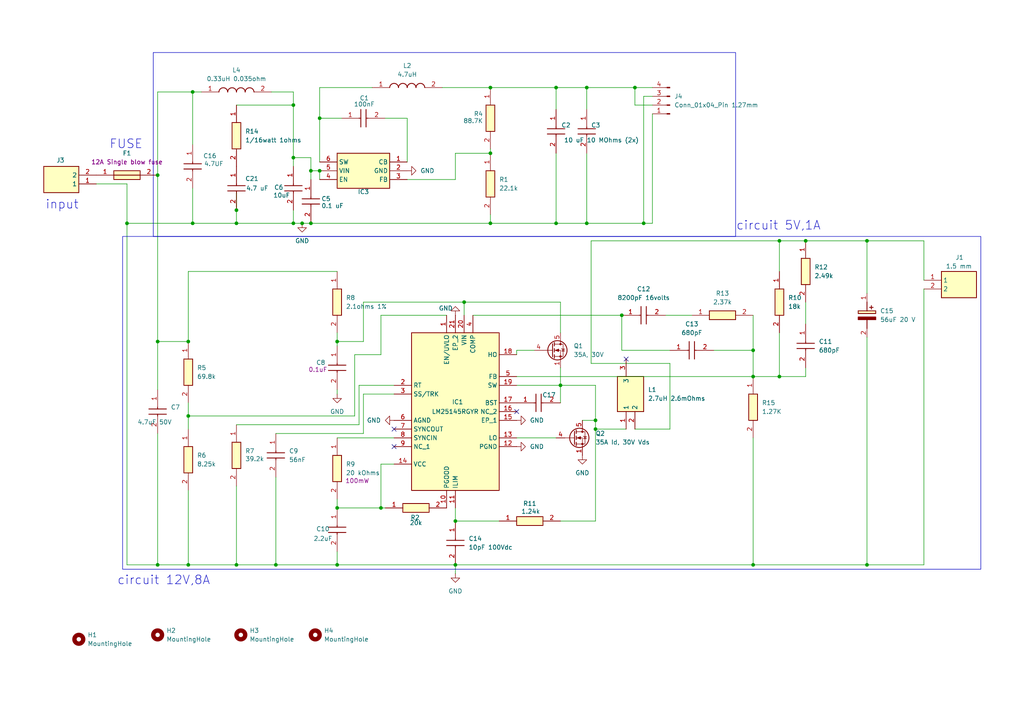
<source format=kicad_sch>
(kicad_sch (version 20250114) (generator "eeschema") (generator_version "9.0")
  (paper "A4")
  (lib_symbols
    (symbol "1933189:1933189"
      (property "Reference" "J" (at 16.51 7.62 0))
      (property "Value" "1933189" (at 16.51 5.08 0))
      (symbol "1933189_1_1"
        (pin passive line (at 0 0 0) (length 5.08) (name "1") (number "1"))
        (pin passive line (at 0 -2.54 0) (length 5.08) (name "2") (number "2"))
      )
    )
    (symbol "20SVPF56MX:20SVPF56MX" (pin_names (hide yes))
      (property "Reference" "C" (at 8.89 6.35 0))
      (property "Value" "20SVPF56MX" (at 8.89 3.81 0))
      (symbol "20SVPF56MX_1_1"
        (pin passive line (at 0 0 0) (length 2.54) (name "+") (number "1"))
        (pin passive line (at 12.7 0 180) (length 2.54) (name "-") (number "2"))
      )
    )
    (symbol "74438336047:74438336047" (pin_names (hide yes))
      (property "Reference" "L" (at 16.51 6.35 0))
      (property "Value" "74438336047" (at 16.51 3.81 0))
      (symbol "74438336047_1_1"
        (pin passive line (at 0 0 0) (length 5.08) (name "1") (number "1"))
        (pin passive line (at 20.32 0 180) (length 5.08) (name "2") (number "2"))
      )
    )
    (symbol "C0805C106K8PACTU:C0805C106K8PACTU" (pin_names (hide yes))
      (property "Reference" "C" (at 8.89 6.35 0))
      (property "Value" "C0805C106K8PACTU" (at 8.89 3.81 0))
      (symbol "C0805C106K8PACTU_1_1"
        (pin passive line (at 0 0 0) (length 5.08) (name "1") (number "1"))
        (pin passive line (at 12.7 0 180) (length 5.08) (name "2") (number "2"))
      )
    )
    (symbol "C1005X5R1V225K050BC:C1005X5R1V225K050BC" (pin_names (hide yes))
      (property "Reference" "C" (at 8.89 6.35 0))
      (property "Value" "C1005X5R1V225K050BC" (at 8.89 3.81 0))
      (symbol "C1005X5R1V225K050BC_1_1"
        (pin passive line (at 0 0 0) (length 5.08) (name "1") (number "1"))
        (pin passive line (at 12.7 0 180) (length 5.08) (name "2") (number "2"))
      )
    )
    (symbol "C1608X5R1E106M080AC:C1608X5R1E106M080AC" (pin_names (hide yes))
      (property "Reference" "C" (at 8.89 6.35 0))
      (property "Value" "C1608X5R1E106M080AC" (at 8.89 3.81 0))
      (symbol "C1608X5R1E106M080AC_1_1"
        (pin passive line (at 0 0 0) (length 5.08) (name "1") (number "1"))
        (pin passive line (at 12.7 0 180) (length 5.08) (name "2") (number "2"))
      )
    )
    (symbol "C3225X7S2A475M200AB:C3225X7S2A475M200AB" (pin_names (hide yes))
      (property "Reference" "C" (at 8.89 6.35 0))
      (property "Value" "C3225X7S2A475M200AB" (at 8.89 3.81 0))
      (symbol "C3225X7S2A475M200AB_1_1"
        (pin passive line (at 0 0 0) (length 5.08) (name "1") (number "1"))
        (pin passive line (at 12.7 0 180) (length 5.08) (name "2") (number "2"))
      )
    )
    (symbol "CGA2B2X7R1H681K050BA:CGA2B2X7R1H681K050BA" (pin_names (hide yes))
      (property "Reference" "C" (at 8.89 6.35 0))
      (property "Value" "CGA2B2X7R1H681K050BA" (at 8.89 3.81 0))
      (symbol "CGA2B2X7R1H681K050BA_1_1"
        (pin passive line (at 0 0 0) (length 5.08) (name "1") (number "1"))
        (pin passive line (at 12.7 0 180) (length 5.08) (name "2") (number "2"))
      )
    )
    (symbol "CGA3E2X7R1H104K080AA:CGA3E2X7R1H104K080AA" (pin_names (hide yes))
      (property "Reference" "C" (at 8.89 6.35 0))
      (property "Value" "CGA3E2X7R1H104K080AA" (at 8.89 3.81 0))
      (symbol "CGA3E2X7R1H104K080AA_1_1"
        (pin passive line (at 0 0 0) (length 5.08) (name "1") (number "1"))
        (pin passive line (at 12.7 0 180) (length 5.08) (name "2") (number "2"))
      )
    )
    (symbol "CRCW04021K24FKED:CRCW04021K24FKED" (pin_names (hide yes))
      (property "Reference" "R" (at 13.97 6.35 0))
      (property "Value" "CRCW04021K24FKED" (at 13.97 3.81 0))
      (symbol "CRCW04021K24FKED_1_1"
        (pin passive line (at 0 0 0) (length 5.08) (name "1") (number "1"))
        (pin passive line (at 17.78 0 180) (length 5.08) (name "2") (number "2"))
      )
    )
    (symbol "CRCW04021K27FKED:CRCW04021K27FKED" (pin_names (hide yes))
      (property "Reference" "R" (at 13.97 6.35 0))
      (property "Value" "CRCW04021K27FKED" (at 13.97 3.81 0))
      (symbol "CRCW04021K27FKED_1_1"
        (pin passive line (at 0 0 0) (length 5.08) (name "1") (number "1"))
        (pin passive line (at 17.78 0 180) (length 5.08) (name "2") (number "2"))
      )
    )
    (symbol "CRCW04021R00FKED:CRCW04021R00FKED" (pin_names (hide yes))
      (property "Reference" "R" (at 13.97 6.35 0))
      (property "Value" "CRCW04021R00FKED" (at 13.97 3.81 0))
      (symbol "CRCW04021R00FKED_1_1"
        (pin passive line (at 0 0 0) (length 5.08) (name "1") (number "1"))
        (pin passive line (at 17.78 0 180) (length 5.08) (name "2") (number "2"))
      )
    )
    (symbol "CRCW040222K1FKED:CRCW040222K1FKED" (pin_names (hide yes))
      (property "Reference" "R" (at 13.97 6.35 0))
      (property "Value" "CRCW040222K1FKED" (at 13.97 3.81 0))
      (symbol "CRCW040222K1FKED_1_1"
        (pin passive line (at 0 0 0) (length 5.08) (name "1") (number "1"))
        (pin passive line (at 17.78 0 180) (length 5.08) (name "2") (number "2"))
      )
    )
    (symbol "CRCW04022K37FKED:CRCW04022K37FKED" (pin_names (hide yes))
      (property "Reference" "R" (at 13.97 6.35 0))
      (property "Value" "CRCW04022K37FKED" (at 13.97 3.81 0))
      (symbol "CRCW04022K37FKED_1_1"
        (pin passive line (at 0 0 0) (length 5.08) (name "1") (number "1"))
        (pin passive line (at 17.78 0 180) (length 5.08) (name "2") (number "2"))
      )
    )
    (symbol "CRCW04022K49FKED:CRCW04022K49FKED" (pin_names (hide yes))
      (property "Reference" "R" (at 13.97 6.35 0))
      (property "Value" "CRCW04022K49FKED" (at 13.97 3.81 0))
      (symbol "CRCW04022K49FKED_1_1"
        (pin passive line (at 0 0 0) (length 5.08) (name "1") (number "1"))
        (pin passive line (at 17.78 0 180) (length 5.08) (name "2") (number "2"))
      )
    )
    (symbol "CRCW040239K2FKED:CRCW040239K2FKED" (pin_names (hide yes))
      (property "Reference" "R" (at 13.97 6.35 0))
      (property "Value" "CRCW040239K2FKED" (at 13.97 3.81 0))
      (symbol "CRCW040239K2FKED_1_1"
        (pin passive line (at 0 0 0) (length 5.08) (name "1") (number "1"))
        (pin passive line (at 17.78 0 180) (length 5.08) (name "2") (number "2"))
      )
    )
    (symbol "CRCW040269K8FKED:CRCW040269K8FKED" (pin_names (hide yes))
      (property "Reference" "R" (at 13.97 6.35 0))
      (property "Value" "CRCW040269K8FKED" (at 13.97 3.81 0))
      (symbol "CRCW040269K8FKED_1_1"
        (pin passive line (at 0 0 0) (length 5.08) (name "1") (number "1"))
        (pin passive line (at 17.78 0 180) (length 5.08) (name "2") (number "2"))
      )
    )
    (symbol "CRCW040288K7FKED:CRCW040288K7FKED" (pin_names (hide yes))
      (property "Reference" "R" (at 13.97 6.35 0))
      (property "Value" "CRCW040288K7FKED" (at 13.97 3.81 0))
      (symbol "CRCW040288K7FKED_1_1"
        (pin passive line (at 0 0 0) (length 5.08) (name "1") (number "1"))
        (pin passive line (at 17.78 0 180) (length 5.08) (name "2") (number "2"))
      )
    )
    (symbol "CRCW06032R10FKEA:CRCW06032R10FKEA" (pin_names (hide yes))
      (property "Reference" "R" (at 13.97 6.35 0))
      (property "Value" "CRCW06032R10FKEA" (at 13.97 3.81 0))
      (symbol "CRCW06032R10FKEA_1_1"
        (pin passive line (at 0 0 0) (length 5.08) (name "1") (number "1"))
        (pin passive line (at 17.78 0 180) (length 5.08) (name "2") (number "2"))
      )
    )
    (symbol "CRCW06038K25FKEA:CRCW06038K25FKEA" (pin_names (hide yes))
      (property "Reference" "R" (at 13.97 6.35 0))
      (property "Value" "CRCW06038K25FKEA" (at 13.97 3.81 0))
      (symbol "CRCW06038K25FKEA_1_1"
        (pin passive line (at 0 0 0) (length 5.08) (name "1") (number "1"))
        (pin passive line (at 17.78 0 180) (length 5.08) (name "2") (number "2"))
      )
    )
    (symbol "Connector:Conn_01x04_Pin" (pin_names (offset 1.016) (hide yes))
      (property "Reference" "J" (at 0 5.08 0))
      (property "Value" "Conn_01x04_Pin" (at 0 -7.62 0))
      (symbol "Conn_01x04_Pin_1_1"
        (pin passive line (at 5.08 2.54 180) (length 3.81) (name "Pin_1") (number "1"))
        (pin passive line (at 5.08 0 180) (length 3.81) (name "Pin_2") (number "2"))
        (pin passive line (at 5.08 -2.54 180) (length 3.81) (name "Pin_3") (number "3"))
        (pin passive line (at 5.08 -5.08 180) (length 3.81) (name "Pin_4") (number "4"))
      )
    )
    (symbol "GCM1555C1H100FA16D:GCM1555C1H100FA16D" (pin_names (hide yes))
      (property "Reference" "C" (at 8.89 6.35 0))
      (property "Value" "GCM1555C1H100FA16D" (at 8.89 3.81 0))
      (symbol "GCM1555C1H100FA16D_1_1"
        (pin passive line (at 0 0 0) (length 5.08) (name "1") (number "1"))
        (pin passive line (at 12.7 0 180) (length 5.08) (name "2") (number "2"))
      )
    )
    (symbol "GRM155R71C104KA88D:GRM155R71C104KA88D" (pin_names (hide yes))
      (property "Reference" "C" (at 8.89 6.35 0))
      (property "Value" "GRM155R71C104KA88D" (at 8.89 3.81 0))
      (symbol "GRM155R71C104KA88D_1_1"
        (pin passive line (at 0 0 0) (length 5.08) (name "1") (number "1"))
        (pin passive line (at 12.7 0 180) (length 5.08) (name "2") (number "2"))
      )
    )
    (symbol "GRM155R71C563KA88D:GRM155R71C563KA88D" (pin_names (hide yes))
      (property "Reference" "C" (at 8.89 6.35 0))
      (property "Value" "GRM155R71C563KA88D" (at 8.89 3.81 0))
      (symbol "GRM155R71C563KA88D_1_1"
        (pin passive line (at 0 0 0) (length 5.08) (name "1") (number "1"))
        (pin passive line (at 12.7 0 180) (length 5.08) (name "2") (number "2"))
      )
    )
    (symbol "GRM155R71C822KA01D:GRM155R71C822KA01D" (pin_names (hide yes))
      (property "Reference" "C" (at 8.89 6.35 0))
      (property "Value" "GRM155R71C822KA01D" (at 8.89 3.81 0))
      (symbol "GRM155R71C822KA01D_1_1"
        (pin passive line (at 0 0 0) (length 5.08) (name "1") (number "1"))
        (pin passive line (at 12.7 0 180) (length 5.08) (name "2") (number "2"))
      )
    )
    (symbol "GRM1885C2A100JA01D:GRM1885C2A100JA01D" (pin_names (hide yes))
      (property "Reference" "C" (at 8.89 6.35 0))
      (property "Value" "GRM1885C2A100JA01D" (at 8.89 3.81 0))
      (symbol "GRM1885C2A100JA01D_1_1"
        (pin passive line (at 0 0 0) (length 5.08) (name "1") (number "1"))
        (pin passive line (at 12.7 0 180) (length 5.08) (name "2") (number "2"))
      )
    )
    (symbol "GRM188R72A104KA35J:GRM188R72A104KA35J" (pin_names (hide yes))
      (property "Reference" "C" (at 8.89 6.35 0))
      (property "Value" "GRM188R72A104KA35J" (at 8.89 3.81 0))
      (symbol "GRM188R72A104KA35J_1_1"
        (pin passive line (at 0 0 0) (length 5.08) (name "1") (number "1"))
        (pin passive line (at 12.7 0 180) (length 5.08) (name "2") (number "2"))
      )
    )
    (symbol "GRM31CR71H475KA12L:GRM31CR71H475KA12L" (pin_names (hide yes))
      (property "Reference" "C" (at 8.89 6.35 0))
      (property "Value" "GRM31CR71H475KA12L" (at 8.89 3.81 0))
      (symbol "GRM31CR71H475KA12L_1_1"
        (pin passive line (at 0 0 0) (length 5.08) (name "1") (number "1"))
        (pin passive line (at 12.7 0 180) (length 5.08) (name "2") (number "2"))
      )
    )
    (symbol "GRM32ER71H475KA88L:GRM32ER71H475KA88L" (pin_names (hide yes))
      (property "Reference" "C" (at 8.89 6.35 0))
      (property "Value" "GRM32ER71H475KA88L" (at 8.89 3.81 0))
      (symbol "GRM32ER71H475KA88L_1_1"
        (pin passive line (at 0 0 0) (length 5.08) (name "1") (number "1"))
        (pin passive line (at 12.7 0 180) (length 5.08) (name "2") (number "2"))
      )
    )
    (symbol "LM25145RGYR_1"
      (property "Reference" "IC2" (at 16.256 -4.318 0))
      (property "Value" "LM25145RGYR" (at 11.176 -6.35 0))
      (symbol "LM25145RGYR_1_1_1"
        (pin passive line (at 0 0 0) (length 5.08) (name "RT") (number "2"))
        (pin passive line (at 0 -2.54 0) (length 5.08) (name "SS/TRK") (number "3"))
        (pin passive line (at 0 -10.16 0) (length 5.08) (name "AGND") (number "6"))
        (pin passive line (at 0 -12.7 0) (length 5.08) (name "SYNCOUT") (number "7"))
        (pin passive line (at 0 -15.24 0) (length 5.08) (name "SYNCIN") (number "8"))
        (pin passive line (at 0 -17.78 0) (length 5.08) (name "NC_1") (number "9"))
        (pin passive line (at 0 -22.86 0) (length 5.08) (name "VCC") (number "14"))
        (pin passive line (at 15.24 20.32 270) (length 5.08) (name "EN/UVLO") (number "1"))
        (pin passive line (at 15.24 -35.56 90) (length 5.08) (name "PGOOD") (number "10"))
        (pin passive line (at 17.78 20.32 270) (length 5.08) (name "EP_2") (number "21"))
        (pin passive line (at 17.78 -35.56 90) (length 5.08) (name "ILIM") (number "11"))
        (pin passive line (at 20.32 20.32 270) (length 5.08) (name "VIN") (number "20"))
        (pin passive line (at 22.86 20.32 270) (length 5.08) (name "COMP") (number "4"))
        (pin passive line (at 35.56 8.89 180) (length 5.08) (name "HO") (number "18"))
        (pin passive line (at 35.56 2.54 180) (length 5.08) (name "FB") (number "5"))
        (pin passive line (at 35.56 0 180) (length 5.08) (name "SW") (number "19"))
        (pin passive line (at 35.56 -5.08 180) (length 5.08) (name "BST") (number "17"))
        (pin passive line (at 35.56 -7.62 180) (length 5.08) (name "NC_2") (number "16"))
        (pin passive line (at 35.56 -10.16 180) (length 5.08) (name "EP_1") (number "15"))
        (pin passive line (at 35.56 -15.24 180) (length 5.08) (name "LO") (number "13"))
        (pin passive line (at 35.56 -17.78 180) (length 5.08) (name "PGND") (number "12"))
      )
    )
    (symbol "LMR50410YQDBVRQ1:LMR50410YQDBVRQ1"
      (property "Reference" "IC" (at 21.59 7.62 0))
      (property "Value" "LMR50410YQDBVRQ1" (at 21.59 5.08 0))
      (symbol "LMR50410YQDBVRQ1_1_1"
        (pin passive line (at 0 0 0) (length 5.08) (name "CB") (number "1"))
        (pin passive line (at 0 -2.54 0) (length 5.08) (name "GND") (number "2"))
        (pin passive line (at 0 -5.08 0) (length 5.08) (name "FB") (number "3"))
        (pin passive line (at 25.4 0 180) (length 5.08) (name "SW") (number "6"))
        (pin passive line (at 25.4 -2.54 180) (length 5.08) (name "VIN") (number "5"))
        (pin passive line (at 25.4 -5.08 180) (length 5.08) (name "EN") (number "4"))
      )
    )
    (symbol "Mechanical:MountingHole" (pin_names (offset 1.016)) (exclude_from_sim yes) (in_bom no)
      (property "Reference" "H" (at 0 5.08 0))
      (property "Value" "MountingHole" (at 0 3.175 0))
    )
    (symbol "NLCV32T-R33M-EFRD:NLCV32T-R33M-EFRD" (pin_names (hide yes))
      (property "Reference" "L" (at 16.51 6.35 0))
      (property "Value" "NLCV32T-R33M-EFRD" (at 16.51 3.81 0))
      (symbol "NLCV32T-R33M-EFRD_1_1"
        (pin passive line (at 0 0 0) (length 5.08) (name "1") (number "1"))
        (pin passive line (at 20.32 0 180) (length 5.08) (name "2") (number "2"))
      )
    )
    (symbol "RC0603FR-0718KL:RC0603FR-0718KL" (pin_names (hide yes))
      (property "Reference" "R" (at 13.97 6.35 0))
      (property "Value" "RC0603FR-0718KL" (at 13.97 3.81 0))
      (symbol "RC0603FR-0718KL_1_1"
        (pin passive line (at 0 0 0) (length 5.08) (name "1") (number "1"))
        (pin passive line (at 17.78 0 180) (length 5.08) (name "2") (number "2"))
      )
    )
    (symbol "RC0603FR-0720KL:RC0603FR-0720KL" (pin_names (hide yes))
      (property "Reference" "R" (at 13.97 6.35 0))
      (property "Value" "RC0603FR-0720KL" (at 13.97 3.81 0))
      (symbol "RC0603FR-0720KL_1_1"
        (pin passive line (at 0 0 0) (length 5.08) (name "1") (number "1"))
        (pin passive line (at 17.78 0 180) (length 5.08) (name "2") (number "2"))
      )
    )
    (symbol "SER1360-272KLD:SER1360-272KLD"
      (property "Reference" "L" (at 16.51 7.62 0))
      (property "Value" "SER1360-272KLD" (at 16.51 5.08 0))
      (symbol "SER1360-272KLD_1_1"
        (pin passive line (at 0 0 0) (length 5.08) (name "1") (number "1"))
        (pin passive line (at 0 -2.54 0) (length 5.08) (name "2") (number "2"))
        (pin passive line (at 20.32 0 180) (length 5.08) (name "3") (number "3"))
      )
    )
    (symbol "SF-1206HH12M-2:SF-1206HH12M-2" (pin_names (hide yes))
      (property "Reference" "F" (at 13.97 6.35 0))
      (property "Value" "SF-1206HH12M-2" (at 13.97 3.81 0))
      (symbol "SF-1206HH12M-2_1_1"
        (pin passive line (at 0 0 0) (length 5.08) (name "1") (number "1"))
        (pin passive line (at 17.78 0 180) (length 5.08) (name "2") (number "2"))
      )
    )
    (symbol "Transistor_FET:CSD17577Q3A" (pin_names (hide yes))
      (property "Reference" "Q" (at 5.08 1.905 0))
      (property "Value" "CSD17577Q3A" (at 5.08 0 0))
      (symbol "CSD17577Q3A_1_1"
        (pin passive line (at -5.08 0 0) (length 2.54) (name "G") (number "4"))
        (pin passive line (at 2.54 5.08 270) (length 2.54) (name "D") (number "5"))
        (pin passive line (at 2.54 -5.08 90) (length 2.54) (name "S") (number "1"))
        (pin passive line (at 2.54 -5.08 90) (length 2.54) (hide yes) (name "S") (number "2"))
        (pin passive line (at 2.54 -5.08 90) (length 2.54) (hide yes) (name "S") (number "3"))
      )
    )
    (symbol "power:GND" (power) (pin_numbers (hide yes)) (pin_names (offset 0) (hide yes))
      (property "Value" "GND" (at 0 -3.81 0))
      (symbol "GND_1_1"
        (pin power_in line (at 0 0 270) (length 0) (name "~") (number "1"))
      )
    )
  )
  (rectangle (start 44.45 15.24) (end 213.36 68.58))
  (rectangle (start 35.56 68.58) (end 284.48 165.1))
  (text "input" (at 18.034 59.436 0) (effects (font (size 2.54 2.54))))
  (text "circuit 12V,8A" (at 47.498 168.402 0) (effects (font (size 2.54 2.54))))
  (text "circuit 5V,1A" (at 225.806 65.532 0) (effects (font (size 2.54 2.54))))
  (text "FUSE" (at 36.576 41.91 0) (effects (font (size 2.54 2.54))))
  (junction (at 186.69 64.77))
  (junction (at 142.24 44.45))
  (junction (at 218.44 163.83))
  (junction (at 218.44 101.6))
  (junction (at 251.46 69.85))
  (junction (at 161.29 25.4))
  (junction (at 45.72 50.8))
  (junction (at 68.58 60.96))
  (junction (at 55.88 64.77))
  (junction (at 92.71 34.29))
  (junction (at 54.61 99.06))
  (junction (at 161.29 64.77))
  (junction (at 90.17 49.53))
  (junction (at 54.61 163.83))
  (junction (at 170.18 25.4))
  (junction (at 36.83 64.77))
  (junction (at 45.72 163.83))
  (junction (at 134.62 87.63))
  (junction (at 97.79 147.32))
  (junction (at 110.49 147.32))
  (junction (at 251.46 163.83))
  (junction (at 80.01 163.83))
  (junction (at 54.61 120.65))
  (junction (at 184.15 25.4))
  (junction (at 85.09 30.48))
  (junction (at 142.24 64.77))
  (junction (at 90.17 64.77))
  (junction (at 97.79 99.06))
  (junction (at 142.24 25.4))
  (junction (at 162.56 111.76))
  (junction (at 172.72 121.92))
  (junction (at 85.09 45.72))
  (junction (at 45.72 99.06))
  (junction (at 233.68 69.85))
  (junction (at 172.72 124.46))
  (junction (at 218.44 109.22))
  (junction (at 180.34 91.44))
  (junction (at 132.08 151.13))
  (junction (at 55.88 26.67))
  (junction (at 226.06 109.22))
  (junction (at 87.63 64.77))
  (junction (at 68.58 64.77))
  (junction (at 68.58 163.83))
  (junction (at 92.71 49.53))
  (junction (at 97.79 163.83))
  (junction (at 132.08 163.83))
  (junction (at 170.18 64.77))
  (junction (at 226.06 69.85))
  (junction (at 85.09 64.77))
  (no_connect (at 114.3 129.54))
  (no_connect (at 114.3 124.46))
  (no_connect (at 149.86 119.38))
  (no_connect (at 181.61 104.14))
  (wire (pts (xy 80.01 125.73) (xy 105.41 125.73)))
  (wire (pts (xy 171.45 105.41) (xy 171.45 69.85)))
  (wire (pts (xy 110.49 102.87) (xy 110.49 91.44)))
  (wire (pts (xy 102.87 120.65) (xy 102.87 102.87)))
  (wire (pts (xy 194.31 105.41) (xy 194.31 124.46)))
  (wire (pts (xy 189.23 33.02) (xy 189.23 64.77)))
  (wire (pts (xy 171.45 69.85) (xy 226.06 69.85)))
  (wire (pts (xy 142.24 64.77) (xy 161.29 64.77)))
  (wire (pts (xy 233.68 87.63) (xy 233.68 93.98)))
  (wire (pts (xy 54.61 163.83) (xy 54.61 142.24)))
  (wire (pts (xy 170.18 25.4) (xy 184.15 25.4)))
  (wire (pts (xy 132.08 163.83) (xy 132.08 166.37)))
  (wire (pts (xy 45.72 163.83) (xy 54.61 163.83)))
  (wire (pts (xy 170.18 25.4) (xy 170.18 31.75)))
  (wire (pts (xy 68.58 140.97) (xy 68.58 163.83)))
  (wire (pts (xy 97.79 99.06) (xy 97.79 100.33)))
  (wire (pts (xy 45.72 99.06) (xy 54.61 99.06)))
  (wire (pts (xy 97.79 96.52) (xy 97.79 99.06)))
  (wire (pts (xy 180.34 101.6) (xy 194.31 101.6)))
  (wire (pts (xy 97.79 144.78) (xy 97.79 147.32)))
  (wire (pts (xy 55.88 26.67) (xy 55.88 41.91)))
  (wire (pts (xy 90.17 64.77) (xy 142.24 64.77)))
  (wire (pts (xy 161.29 25.4) (xy 170.18 25.4)))
  (wire (pts (xy 36.83 53.34) (xy 36.83 64.77)))
  (wire (pts (xy 92.71 25.4) (xy 107.95 25.4)))
  (wire (pts (xy 172.72 124.46) (xy 172.72 121.92)))
  (wire (pts (xy 162.56 111.76) (xy 172.72 111.76)))
  (wire (pts (xy 55.88 54.61) (xy 55.88 64.77)))
  (wire (pts (xy 194.31 124.46) (xy 184.15 124.46)))
  (wire (pts (xy 161.29 64.77) (xy 170.18 64.77)))
  (wire (pts (xy 149.86 101.6) (xy 149.86 102.87)))
  (wire (pts (xy 102.87 102.87) (xy 110.49 102.87)))
  (wire (pts (xy 162.56 151.13) (xy 172.72 151.13)))
  (wire (pts (xy 27.94 53.34) (xy 36.83 53.34)))
  (wire (pts (xy 170.18 64.77) (xy 186.69 64.77)))
  (wire (pts (xy 132.08 44.45) (xy 132.08 52.07)))
  (wire (pts (xy 104.14 123.19) (xy 68.58 123.19)))
  (wire (pts (xy 54.61 120.65) (xy 54.61 124.46)))
  (wire (pts (xy 110.49 134.62) (xy 114.3 134.62)))
  (wire (pts (xy 118.11 52.07) (xy 132.08 52.07)))
  (wire (pts (xy 80.01 163.83) (xy 97.79 163.83)))
  (wire (pts (xy 149.86 127) (xy 161.29 127)))
  (wire (pts (xy 142.24 44.45) (xy 132.08 44.45)))
  (wire (pts (xy 92.71 34.29) (xy 92.71 46.99)))
  (wire (pts (xy 97.79 163.83) (xy 132.08 163.83)))
  (wire (pts (xy 118.11 34.29) (xy 111.76 34.29)))
  (wire (pts (xy 55.88 64.77) (xy 36.83 64.77)))
  (wire (pts (xy 105.41 114.3) (xy 114.3 114.3)))
  (wire (pts (xy 251.46 163.83) (xy 267.97 163.83)))
  (wire (pts (xy 45.72 50.8) (xy 45.72 99.06)))
  (wire (pts (xy 172.72 121.92) (xy 168.91 121.92)))
  (wire (pts (xy 142.24 64.77) (xy 142.24 62.23)))
  (wire (pts (xy 193.04 91.44) (xy 200.66 91.44)))
  (wire (pts (xy 186.69 27.94) (xy 186.69 64.77)))
  (wire (pts (xy 85.09 45.72) (xy 90.17 45.72)))
  (wire (pts (xy 105.41 87.63) (xy 134.62 87.63)))
  (wire (pts (xy 58.42 26.67) (xy 55.88 26.67)))
  (wire (pts (xy 85.09 64.77) (xy 87.63 64.77)))
  (wire (pts (xy 161.29 25.4) (xy 161.29 31.75)))
  (wire (pts (xy 105.41 125.73) (xy 105.41 114.3)))
  (wire (pts (xy 218.44 91.44) (xy 218.44 101.6)))
  (wire (pts (xy 87.63 64.77) (xy 90.17 64.77)))
  (wire (pts (xy 85.09 26.67) (xy 78.74 26.67)))
  (wire (pts (xy 68.58 163.83) (xy 80.01 163.83)))
  (wire (pts (xy 90.17 45.72) (xy 90.17 49.53)))
  (wire (pts (xy 110.49 147.32) (xy 111.76 147.32)))
  (wire (pts (xy 54.61 163.83) (xy 68.58 163.83)))
  (wire (pts (xy 267.97 69.85) (xy 267.97 81.28)))
  (wire (pts (xy 170.18 44.45) (xy 170.18 64.77)))
  (wire (pts (xy 54.61 99.06) (xy 54.61 78.74)))
  (wire (pts (xy 54.61 78.74) (xy 97.79 78.74)))
  (wire (pts (xy 180.34 91.44) (xy 180.34 101.6)))
  (wire (pts (xy 105.41 87.63) (xy 105.41 99.06)))
  (wire (pts (xy 218.44 127) (xy 218.44 163.83)))
  (wire (pts (xy 54.61 120.65) (xy 102.87 120.65)))
  (wire (pts (xy 85.09 60.96) (xy 85.09 64.77)))
  (wire (pts (xy 162.56 111.76) (xy 162.56 116.84)))
  (wire (pts (xy 251.46 163.83) (xy 218.44 163.83)))
  (wire (pts (xy 97.79 163.83) (xy 97.79 160.02)))
  (wire (pts (xy 97.79 147.32) (xy 110.49 147.32)))
  (wire (pts (xy 233.68 109.22) (xy 233.68 106.68)))
  (wire (pts (xy 162.56 87.63) (xy 162.56 96.52)))
  (wire (pts (xy 218.44 101.6) (xy 207.01 101.6)))
  (wire (pts (xy 137.16 91.44) (xy 180.34 91.44)))
  (wire (pts (xy 172.72 111.76) (xy 172.72 121.92)))
  (wire (pts (xy 118.11 34.29) (xy 118.11 46.99)))
  (wire (pts (xy 226.06 96.52) (xy 226.06 109.22)))
  (wire (pts (xy 267.97 83.82) (xy 267.97 163.83)))
  (wire (pts (xy 36.83 64.77) (xy 36.83 163.83)))
  (wire (pts (xy 68.58 64.77) (xy 68.58 60.96)))
  (wire (pts (xy 251.46 97.79) (xy 251.46 163.83)))
  (wire (pts (xy 99.06 34.29) (xy 92.71 34.29)))
  (wire (pts (xy 54.61 116.84) (xy 54.61 120.65)))
  (wire (pts (xy 85.09 30.48) (xy 85.09 45.72)))
  (wire (pts (xy 90.17 49.53) (xy 92.71 49.53)))
  (wire (pts (xy 85.09 64.77) (xy 68.58 64.77)))
  (wire (pts (xy 92.71 25.4) (xy 92.71 34.29)))
  (wire (pts (xy 55.88 64.77) (xy 68.58 64.77)))
  (wire (pts (xy 45.72 26.67) (xy 55.88 26.67)))
  (wire (pts (xy 251.46 69.85) (xy 267.97 69.85)))
  (wire (pts (xy 114.3 111.76) (xy 104.14 111.76)))
  (wire (pts (xy 85.09 45.72) (xy 85.09 48.26)))
  (wire (pts (xy 68.58 30.48) (xy 85.09 30.48)))
  (wire (pts (xy 142.24 25.4) (xy 161.29 25.4)))
  (wire (pts (xy 172.72 151.13) (xy 172.72 124.46)))
  (wire (pts (xy 218.44 101.6) (xy 218.44 109.22)))
  (wire (pts (xy 105.41 99.06) (xy 97.79 99.06)))
  (wire (pts (xy 134.62 87.63) (xy 162.56 87.63)))
  (wire (pts (xy 45.72 26.67) (xy 45.72 50.8)))
  (wire (pts (xy 194.31 105.41) (xy 171.45 105.41)))
  (wire (pts (xy 36.83 163.83) (xy 45.72 163.83)))
  (wire (pts (xy 162.56 111.76) (xy 162.56 106.68)))
  (wire (pts (xy 226.06 109.22) (xy 233.68 109.22)))
  (wire (pts (xy 226.06 69.85) (xy 233.68 69.85)))
  (wire (pts (xy 85.09 26.67) (xy 85.09 30.48)))
  (wire (pts (xy 110.49 134.62) (xy 110.49 147.32)))
  (wire (pts (xy 184.15 30.48) (xy 184.15 25.4)))
  (wire (pts (xy 218.44 109.22) (xy 149.86 109.22)))
  (wire (pts (xy 128.27 25.4) (xy 142.24 25.4)))
  (wire (pts (xy 189.23 27.94) (xy 186.69 27.94)))
  (wire (pts (xy 132.08 147.32) (xy 132.08 151.13)))
  (wire (pts (xy 184.15 30.48) (xy 189.23 30.48)))
  (wire (pts (xy 110.49 91.44) (xy 129.54 91.44)))
  (wire (pts (xy 68.58 55.88) (xy 68.58 60.96)))
  (wire (pts (xy 45.72 113.03) (xy 45.72 99.06)))
  (wire (pts (xy 132.08 151.13) (xy 144.78 151.13)))
  (wire (pts (xy 114.3 127) (xy 97.79 127)))
  (wire (pts (xy 142.24 43.18) (xy 142.24 44.45)))
  (wire (pts (xy 45.72 125.73) (xy 45.72 163.83)))
  (wire (pts (xy 132.08 163.83) (xy 218.44 163.83)))
  (wire (pts (xy 172.72 124.46) (xy 181.61 124.46)))
  (wire (pts (xy 226.06 69.85) (xy 226.06 78.74)))
  (wire (pts (xy 80.01 138.43) (xy 80.01 163.83)))
  (wire (pts (xy 161.29 44.45) (xy 161.29 64.77)))
  (wire (pts (xy 97.79 113.03) (xy 97.79 114.3)))
  (wire (pts (xy 149.86 101.6) (xy 154.94 101.6)))
  (wire (pts (xy 189.23 64.77) (xy 186.69 64.77)))
  (wire (pts (xy 149.86 111.76) (xy 162.56 111.76)))
  (wire (pts (xy 184.15 25.4) (xy 189.23 25.4)))
  (wire (pts (xy 134.62 91.44) (xy 134.62 87.63)))
  (wire (pts (xy 233.68 69.85) (xy 251.46 69.85)))
  (wire (pts (xy 90.17 49.53) (xy 90.17 52.07)))
  (wire (pts (xy 104.14 111.76) (xy 104.14 123.19)))
  (wire (pts (xy 218.44 109.22) (xy 226.06 109.22)))
  (wire (pts (xy 92.71 49.53) (xy 92.71 52.07)))
  (wire (pts (xy 251.46 69.85) (xy 251.46 85.09)))
  (symbol (lib_id "74438336047:74438336047") (at 107.95 25.4 0) (unit 1)
    (property "Reference" "L2" (at 118.11 19.05 0))
    (property "Value" "4.7uH" (at 118.11 21.59 0))
    (property "Footprint" "INDC3030X200N" (effects (hide yes)))
    (property "Datasheet" "http://katalog.we-online.de/pbs/datasheet/74438336047.pdf" (effects (hide yes)))
    (property "Description" "WE-MAPI SMD Shielded Power Inductor, 3020, 4.7uH" (effects (hide yes)))
    (property "Height" "2" (effects (hide yes)))
    (property "Mouser Part Number" "710-74438336047" (effects (hide yes)))
    (property "Mouser Price/Stock" "https://www.mouser.co.uk/ProductDetail/Wurth-Elektronik/74438336047?qs=iC14BvcgY%2F3pMAWg8A9uRQ%3D%3D" (effects (hide yes)))
    (property "Manufacturer_Name" "Wurth Elektronik" (effects (hide yes)))
    (property "Manufacturer_Part_Number" "74438336047" (effects (hide yes)))
  )
  (symbol (lib_id "C3225X7S2A475M200AB:C3225X7S2A475M200AB") (at 68.58 48.26 270) (unit 1)
    (property "Reference" "C21" (at 71.12 51.816 90) (effects (justify left)))
    (property "Value" "4.7 uF" (at 71.374 54.61 90) (effects (justify left)))
    (property "Footprint" "CAPC3225X200N" (effects (hide yes)))
    (property "Datasheet" "https://product.tdk.com/info/en/catalog/datasheets/mlcc_commercial_midvoltage_en.pdf" (effects (hide yes)))
    (property "Description" "MULTILAYER CERAMIC CHIP CAPACITORS, 3225, Commercial grade, general (Up to 75V)" (effects (hide yes)))
    (property "Height" "2" (effects (hide yes)))
    (property "Mouser Part Number" "810-C3225X7S2A475M" (effects (hide yes)))
    (property "Mouser Price/Stock" "https://www.mouser.co.uk/ProductDetail/TDK/C3225X7S2A475M200AB?qs=LcTL%2F5vFEzElTglMzgqQng%3D%3D" (effects (hide yes)))
    (property "Manufacturer_Name" "TDK" (effects (hide yes)))
    (property "Manufacturer_Part_Number" "C3225X7S2A475M200AB" (effects (hide yes)))
  )
  (symbol (lib_id "power:GND") (at 114.3 121.92 270) (unit 1)
    (property "Reference" "#PWR05" (effects (hide yes)))
    (property "Value" "GND" (at 110.49 121.9199 90) (effects (justify right)))
    (property "Description" "Power symbol creates a global label with name \"GND\" , ground" (effects (hide yes)))
  )
  (symbol (lib_id "power:GND") (at 168.91 132.08 0) (unit 1)
    (property "Reference" "#PWR015" (effects (hide yes)))
    (property "Value" "GND" (at 168.91 137.16 0))
    (property "Description" "Power symbol creates a global label with name \"GND\" , ground" (effects (hide yes)))
  )
  (symbol (lib_id "Mechanical:MountingHole") (at 69.85 184.15 0) (unit 1) (exclude_from_sim yes) (in_bom no)
    (property "Reference" "H3" (at 72.39 182.8799 0) (effects (justify left)))
    (property "Value" "MountingHole" (at 72.39 185.4199 0) (effects (justify left)))
    (property "Footprint" "MountingHole:MountingHole_2.2mm_M2" (effects (hide yes)))
    (property "Description" "Mounting Hole without connection" (effects (hide yes)))
  )
  (symbol (lib_id "power:GND") (at 149.86 121.92 90) (unit 1)
    (property "Reference" "#PWR013" (effects (hide yes)))
    (property "Value" "GND" (at 153.67 121.9199 90) (effects (justify right)))
    (property "Description" "Power symbol creates a global label with name \"GND\" , ground" (effects (hide yes)))
  )
  (symbol (lib_id "Connector:Conn_01x04_Pin") (at 194.31 30.48 180) (unit 1)
    (property "Reference" "J4" (at 195.58 27.9399 0) (effects (justify right)))
    (property "Value" "Conn_01x04_Pin 1.27mm" (at 195.58 30.4799 0) (effects (justify right)))
    (property "Footprint" "Connector_PinHeader_1.27mm:PinHeader_1x04_P1.27mm_Vertical" (effects (hide yes)))
    (property "Description" "Generic connector, single row, 01x04, script generated" (effects (hide yes)))
  )
  (symbol (lib_id "GCM1555C1H100FA16D:GCM1555C1H100FA16D") (at 149.86 116.84 0) (unit 1)
    (property "Reference" "C17" (at 159.258 114.554 0))
    (property "Value" "GCM1555C1H100FA16D" (effects (hide yes)))
    (property "Footprint" "GCM155" (effects (hide yes)))
    (property "Datasheet" "https://search.murata.co.jp/Ceramy/image/img/A01X/G101/ENG/GCM1555C1H100FA16-01.pdf" (effects (hide yes)))
    (property "Description" "Multilayer Ceramic Capacitors MLCC - SMD/SMT 0402 10pF 50volts C0G 1%" (effects (hide yes)))
    (property "Height" "0.55" (effects (hide yes)))
    (property "Mouser Part Number" "81-GCM1555C1H100FA6D" (effects (hide yes)))
    (property "Mouser Price/Stock" "https://www.mouser.co.uk/ProductDetail/Murata-Electronics/GCM1555C1H100FA16D?qs=QzBtWTOodeXF6kFfVGmBsg%3D%3D" (effects (hide yes)))
    (property "Manufacturer_Name" "Murata Electronics" (effects (hide yes)))
    (property "Manufacturer_Part_Number" "GCM1555C1H100FA16D" (effects (hide yes)))
  )
  (symbol (lib_id "CRCW040239K2FKED:CRCW040239K2FKED") (at 68.58 123.19 270) (unit 1)
    (property "Reference" "R7" (at 71.12 130.8099 90) (effects (justify left)))
    (property "Value" "39.2k" (at 71.12 133.096 90) (effects (justify left)))
    (property "Footprint" "RESC1005X40N" (effects (hide yes)))
    (property "Datasheet" "http://www.vishay.com/docs/20035/dcrcwe3.pdf" (effects (hide yes)))
    (property "Description" "Vishay CRCW Series Thick Film Surface Mount Resistor 0402 Case 39.2k +/-1% 0.063W +/-100ppm/C" (effects (hide yes)))
    (property "Height" "0.4" (effects (hide yes)))
    (property "Mouser Part Number" "71-CRCW0402-39.2K-E3" (effects (hide yes)))
    (property "Mouser Price/Stock" "https://www.mouser.co.uk/ProductDetail/Vishay-Dale/CRCW040239K2FKED?qs=iv%252Be0Bc5VY3GZs3aNjodFg%3D%3D" (effects (hide yes)))
    (property "Manufacturer_Name" "Vishay" (effects (hide yes)))
    (property "Manufacturer_Part_Number" "CRCW040239K2FKED" (effects (hide yes)))
  )
  (symbol (lib_id "GRM155R71C104KA88D:GRM155R71C104KA88D") (at 99.06 34.29 0) (unit 1)
    (property "Reference" "C1" (at 105.664 28.448 0))
    (property "Value" "100nF" (at 105.664 30.226 0))
    (property "Footprint" "CAPC1005X55N" (effects (hide yes)))
    (property "Datasheet" "https://componentsearchengine.com/Datasheets/1/GRM155R71C104KA88D.pdf" (effects (hide yes)))
    (property "Description" "Ceramic  SMT capacitor 100nF 16Vdc Murata 0402 GRM 100nF Ceramic Multilayer Capacitor, 16 V dc X7R Dielectric ??10%" (effects (hide yes)))
    (property "Height" "0.55" (effects (hide yes)))
    (property "Mouser Part Number" "N/A" (effects (hide yes)))
    (property "Manufacturer_Name" "Murata Electronics" (effects (hide yes)))
    (property "Manufacturer_Part_Number" "GRM155R71C104KA88D" (effects (hide yes)))
  )
  (symbol (lib_id "C1608X5R1E106M080AC:C1608X5R1E106M080AC") (at 85.09 48.26 270) (unit 1)
    (property "Reference" "C6" (at 79.502 54.356 90) (effects (justify left)))
    (property "Value" "10uF" (at 79.248 56.642 90) (effects (justify left)))
    (property "Footprint" "CAPC1608X80N" (effects (hide yes)))
    (property "Datasheet" "https://product.tdk.com/info/en/catalog/datasheets/mlcc_commercial_midvoltage_en.pdf" (effects (hide yes)))
    (property "Description" "MULTILAYER CERAMIC CHIP CAPACITORS, 1608, Commercial grade, general (Up to 75V)" (effects (hide yes)))
    (property "Height" "0.8" (effects (hide yes)))
    (property "Mouser Part Number" "810-C1608X5R1E106M" (effects (hide yes)))
    (property "Mouser Price/Stock" "https://www.mouser.co.uk/ProductDetail/TDK/C1608X5R1E106M080AC?qs=dfay7wIA1uGdHfZTkqsICA%3D%3D" (effects (hide yes)))
    (property "Manufacturer_Name" "TDK" (effects (hide yes)))
    (property "Manufacturer_Part_Number" "C1608X5R1E106M080AC" (effects (hide yes)))
  )
  (symbol (lib_id "GRM32ER71H475KA88L:GRM32ER71H475KA88L") (at 45.72 113.03 270) (unit 1)
    (property "Reference" "C7" (at 49.53 118.1099 90) (effects (justify left)))
    (property "Value" "4.7uF 50V" (at 39.878 122.428 90) (effects (justify left)))
    (property "Footprint" "CAPC3225X270N" (effects (hide yes)))
    (property "Datasheet" "http://psearch.en.murata.com/capacitor/product/GRM32ER71E226KE15%23.pdf" (effects (hide yes)))
    (property "Description" "1210 X7R ceramic cap,4.7uF 50V Murata 4.7uF Multilayer Ceramic Capacitor (MLCC) 50 V dc +/-10% X7R dielectric GRM max op. temp. +125C" (effects (hide yes)))
    (property "Height" "2.7" (effects (hide yes)))
    (property "Mouser Part Number" "81-GRM32R71H475KA88L" (effects (hide yes)))
    (property "Mouser Price/Stock" "https://www.mouser.co.uk/ProductDetail/Murata-Electronics/GRM32ER71H475KA88L?qs=IjyrXs0Hof%252B8EBN5DE4S3A%3D%3D" (effects (hide yes)))
    (property "Manufacturer_Name" "Murata Electronics" (effects (hide yes)))
    (property "Manufacturer_Part_Number" "GRM32ER71H475KA88L" (effects (hide yes)))
  )
  (symbol (lib_id "20SVPF56MX:20SVPF56MX") (at 251.46 85.09 270) (unit 1)
    (property "Reference" "C15" (at 255.27 90.1699 90) (effects (justify left)))
    (property "Value" "56uF 20 V" (at 255.27 92.7099 90) (effects (justify left)))
    (property "Footprint" "16SVF82M" (effects (hide yes)))
    (property "Datasheet" "http://industrial.panasonic.com/cdbs/www-data/pdf/AAB8000/AAB8000C177.pdf" (effects (hide yes)))
    (property "Description" "Panasonic 56uF 20 V dc Polymer Aluminium Electrolytic Capacitor B6, OS-CON Series 5000h 5 x 5.9mm" (effects (hide yes)))
    (property "Height" "6" (effects (hide yes)))
    (property "Mouser Part Number" "667-20SVPF56MX" (effects (hide yes)))
    (property "Mouser Price/Stock" "https://www.mouser.co.uk/ProductDetail/Panasonic/20SVPF56MX?qs=OE1iw1LrrPFJ8spd6yzaew%3D%3D" (effects (hide yes)))
    (property "Manufacturer_Name" "Panasonic" (effects (hide yes)))
    (property "Manufacturer_Part_Number" "20SVPF56MX" (effects (hide yes)))
  )
  (symbol (lib_id "GRM155R71C822KA01D:GRM155R71C822KA01D") (at 180.34 91.44 0) (unit 1)
    (property "Reference" "C12" (at 186.69 83.82 0))
    (property "Value" "8200pF 16volts" (at 186.69 86.36 0))
    (property "Footprint" "CAPC1005X55N" (effects (hide yes)))
    (property "Datasheet" "http://www.murata.com/~/media/webrenewal/support/library/catalog/products/capacitor/mlcc/c02e.pdf" (effects (hide yes)))
    (property "Description" "Multilayer Ceramic Capacitors MLCC - SMD/SMT 0402 8200pF 16volts 10%" (effects (hide yes)))
    (property "Height" "0.55" (effects (hide yes)))
    (property "Mouser Part Number" "81-GRM155R71C822KA1D" (effects (hide yes)))
    (property "Mouser Price/Stock" "https://www.mouser.co.uk/ProductDetail/Murata-Electronics/GRM155R71C822KA01D?qs=9U7yHM2lsjS6MTM%252B0TMODA%3D%3D" (effects (hide yes)))
    (property "Manufacturer_Name" "Murata Electronics" (effects (hide yes)))
    (property "Manufacturer_Part_Number" "GRM155R71C822KA01D" (effects (hide yes)))
  )
  (symbol (lib_id "power:GND") (at 132.08 166.37 0) (unit 1)
    (property "Reference" "#PWR010" (effects (hide yes)))
    (property "Value" "GND" (at 132.08 171.45 0))
    (property "Description" "Power symbol creates a global label with name \"GND\" , ground" (effects (hide yes)))
  )
  (symbol (lib_id "RC0603FR-0720KL:RC0603FR-0720KL") (at 111.76 147.32 0) (unit 1)
    (property "Reference" "R2" (at 120.396 150.114 0))
    (property "Value" "20k" (at 120.65 151.638 0))
    (property "Footprint" "RESC1608X55N" (effects (hide yes)))
    (property "Datasheet" "https://www.arrow.com/en/products/rc0603fr-0720kl/yageo?region=nac" (effects (hide yes)))
    (property "Description" "Yageo 20k, 0603 (1608M) Thick Film SMD Resistor +/-1% 0.1W - RC0603FR-0720KL" (effects (hide yes)))
    (property "Height" "0.55" (effects (hide yes)))
    (property "Mouser Part Number" "603-RC0603FR-0720KL" (effects (hide yes)))
    (property "Mouser Price/Stock" "https://www.mouser.co.uk/ProductDetail/YAGEO/RC0603FR-0720KL?qs=VU8sRB4EgwCsxfrjtEIKPQ%3D%3D" (effects (hide yes)))
    (property "Manufacturer_Name" "YAGEO" (effects (hide yes)))
    (property "Manufacturer_Part_Number" "RC0603FR-0720KL" (effects (hide yes)))
  )
  (symbol (lib_id "RC0603FR-0720KL:RC0603FR-0720KL") (at 97.79 127 270) (unit 1)
    (property "Reference" "R9" (at 100.33 134.6199 90) (effects (justify left)))
    (property "Value" "20 kOhms" (at 100.33 137.1599 90) (effects (justify left)))
    (property "Footprint" "RESC1608X55N" (effects (hide yes)))
    (property "Datasheet" "https://www.arrow.com/en/products/rc0603fr-0720kl/yageo?region=nac" (effects (hide yes)))
    (property "Description" "Yageo 20k, 0603 (1608M) Thick Film SMD Resistor +/-1% 0.1W - RC0603FR-0720KL" (effects (hide yes)))
    (property "Height" "0.55" (effects (hide yes)))
    (property "Mouser Part Number" "603-RC0603FR-0720KL" (effects (hide yes)))
    (property "Mouser Price/Stock" "https://www.mouser.co.uk/ProductDetail/YAGEO/RC0603FR-0720KL?qs=VU8sRB4EgwCsxfrjtEIKPQ%3D%3D" (effects (hide yes)))
    (property "Manufacturer_Name" "YAGEO" (effects (hide yes)))
    (property "Manufacturer_Part_Number" "RC0603FR-0720KL" (effects (hide yes)))
    (property "Field10" "100mW" (at 103.632 139.446 90))
  )
  (symbol (lib_id "GRM1885C2A100JA01D:GRM1885C2A100JA01D") (at 132.08 151.13 270) (unit 1)
    (property "Reference" "C14" (at 135.89 156.2099 90) (effects (justify left)))
    (property "Value" "10pF 100Vdc" (at 135.89 158.7499 90) (effects (justify left)))
    (property "Footprint" "CAPC1608X90N" (effects (hide yes)))
    (property "Datasheet" "https://datasheet.datasheetarchive.com/originals/distributors/Datasheets_SAMA/ec4f1577dddcc7a13ddad897a28002d3.pdf" (effects (hide yes)))
    (property "Description" "Ceramic  SMT capacitor 10pF 100Vdc Murata 0603 GRM 10pF Ceramic Multilayer Capacitor, 100 V dc C0G Dielectric +/-5%" (effects (hide yes)))
    (property "Height" "0.9" (effects (hide yes)))
    (property "Manufacturer_Name" "Murata Electronics" (effects (hide yes)))
    (property "Manufacturer_Part_Number" "GRM1885C2A100JA01D" (effects (hide yes)))
  )
  (symbol (lib_id "power:GND") (at 149.86 129.54 90) (unit 1)
    (property "Reference" "#PWR014" (effects (hide yes)))
    (property "Value" "GND" (at 153.67 129.5399 90) (effects (justify right)))
    (property "Description" "Power symbol creates a global label with name \"GND\" , ground" (effects (hide yes)))
  )
  (symbol (lib_id "Transistor_FET:CSD17577Q3A") (at 160.02 101.6 0) (unit 1)
    (property "Reference" "Q1" (at 166.37 100.3299 0) (effects (justify left)))
    (property "Value" "35A, 30V" (at 166.37 102.8699 0) (effects (justify left)))
    (property "Footprint" "Package_SON:VSON-8_3.3x3.3mm_P0.65mm_NexFET" (effects (hide yes)))
    (property "Datasheet" "https://www.ti.com/lit/ds/symlink/csd17577q3a.pdf" (effects (hide yes)))
    (property "Description" "35A Id, 30V Vds, NexFET N-Channel Power MOSFET, 4.0mOhm Ron, Qg Typ 12nC, VSON-8 3.3x3.3mm" (effects (hide yes)))
  )
  (symbol (lib_id "Mechanical:MountingHole") (at 22.86 185.42 0) (unit 1) (exclude_from_sim yes) (in_bom no)
    (property "Reference" "H1" (at 25.4 184.1499 0) (effects (justify left)))
    (property "Value" "MountingHole" (at 25.4 186.6899 0) (effects (justify left)))
    (property "Footprint" "MountingHole:MountingHole_2.2mm_M2" (effects (hide yes)))
    (property "Description" "Mounting Hole without connection" (effects (hide yes)))
  )
  (symbol (lib_id "C0805C106K8PACTU:C0805C106K8PACTU") (at 161.29 31.75 270) (unit 1)
    (property "Reference" "C2" (at 162.814 36.322 90) (effects (justify left)))
    (property "Value" "10 uF 10 MOhms (2x)" (at 163.576 40.64 90) (effects (justify left)))
    (property "Footprint" "C0805" (effects (hide yes)))
    (property "Datasheet" "https://content.kemet.com/datasheets/KEM_C1006_X5R_SMD.pdf" (effects (hide yes)))
    (property "Description" "SMD Comm X5R, Ceramic, 10 uF, 10%, 10 VDC, 25 VDC, 85C, -55C, X5R, SMD, MLCC, Temperature Stable, Class II, 10 % , 10 MOhms, 21 mg, 0805, 2mm, 1.25mm, 1.25mm, 0.75mm, 0.5mm, 3000, 78  Weeks, 70" (effects (hide yes)))
    (property "Height" "1.1" (effects (hide yes)))
    (property "Mouser Part Number" "80-C0805C106K8P" (effects (hide yes)))
    (property "Mouser Price/Stock" "https://www.mouser.co.uk/ProductDetail/KEMET/C0805C106K8PACTU?qs=Zpyg6gQUYs39C21BeavaKA%3D%3D" (effects (hide yes)))
    (property "Manufacturer_Name" "KEMET" (effects (hide yes)))
    (property "Manufacturer_Part_Number" "C0805C106K8PACTU" (effects (hide yes)))
  )
  (symbol (lib_id "RC0603FR-0718KL:RC0603FR-0718KL") (at 226.06 78.74 270) (unit 1)
    (property "Reference" "R10" (at 228.6 86.3599 90) (effects (justify left)))
    (property "Value" "18k" (at 228.6 88.8999 90) (effects (justify left)))
    (property "Footprint" "RESC1608X55N" (effects (hide yes)))
    (property "Datasheet" "https://componentsearchengine.com/Datasheets/2/RC0603FR-0718KL.pdf" (effects (hide yes)))
    (property "Description" "Yageo 18k, 0603 (1608M) Thick Film SMD Resistor +/-1% 0.1W - RC0603FR-0718KL" (effects (hide yes)))
    (property "Height" "0.55" (effects (hide yes)))
    (property "Mouser Part Number" "603-RC0603FR-0718KL" (effects (hide yes)))
    (property "Mouser Price/Stock" "https://www.mouser.co.uk/ProductDetail/YAGEO/RC0603FR-0718KL?qs=VU8sRB4EgwC7%2FQJpVjSuwQ%3D%3D" (effects (hide yes)))
    (property "Manufacturer_Name" "YAGEO" (effects (hide yes)))
    (property "Manufacturer_Part_Number" "RC0603FR-0718KL" (effects (hide yes)))
  )
  (symbol (lib_id "CRCW06038K25FKEA:CRCW06038K25FKEA") (at 54.61 124.46 270) (unit 1)
    (property "Reference" "R6" (at 57.15 132.0799 90) (effects (justify left)))
    (property "Value" "8.25k" (at 57.15 134.6199 90) (effects (justify left)))
    (property "Footprint" "RESC1608X50N" (effects (hide yes)))
    (property "Datasheet" "http://www.vishay.com/docs/20035/dcrcwe3.pdf" (effects (hide yes)))
    (property "Description" "Vishay CRCW Series Thick Film Surface Mount Resistor 603 Case 8.25k +/-1% 0.1W +/-100ppm/C" (effects (hide yes)))
    (property "Height" "0.5" (effects (hide yes)))
    (property "Mouser Part Number" "71-CRCW0603-8.25K-E3" (effects (hide yes)))
    (property "Mouser Price/Stock" "https://www.mouser.co.uk/ProductDetail/Vishay-Dale/CRCW06038K25FKEA?qs=Nc6uq0cojJpZ5jWc%2F9tn8Q%3D%3D" (effects (hide yes)))
    (property "Manufacturer_Name" "Vishay" (effects (hide yes)))
    (property "Manufacturer_Part_Number" "CRCW06038K25FKEA" (effects (hide yes)))
  )
  (symbol (lib_id "C0805C106K8PACTU:C0805C106K8PACTU") (at 170.18 31.75 270) (unit 1)
    (property "Reference" "C3" (at 171.45 36.322 90) (effects (justify left)))
    (property "Value" "C0805C106K8PACTU (2X)" (effects (hide yes)))
    (property "Footprint" "C0805" (effects (hide yes)))
    (property "Datasheet" "https://content.kemet.com/datasheets/KEM_C1006_X5R_SMD.pdf" (effects (hide yes)))
    (property "Description" "SMD Comm X5R, Ceramic, 10 uF, 10%, 10 VDC, 25 VDC, 85C, -55C, X5R, SMD, MLCC, Temperature Stable, Class II, 10 % , 10 MOhms, 21 mg, 0805, 2mm, 1.25mm, 1.25mm, 0.75mm, 0.5mm, 3000, 78  Weeks, 70" (effects (hide yes)))
    (property "Height" "1.1" (effects (hide yes)))
    (property "Mouser Part Number" "80-C0805C106K8P" (effects (hide yes)))
    (property "Mouser Price/Stock" "https://www.mouser.co.uk/ProductDetail/KEMET/C0805C106K8PACTU?qs=Zpyg6gQUYs39C21BeavaKA%3D%3D" (effects (hide yes)))
    (property "Manufacturer_Name" "KEMET" (effects (hide yes)))
    (property "Manufacturer_Part_Number" "C0805C106K8PACTU" (effects (hide yes)))
  )
  (symbol (lib_id "CGA2B2X7R1H681K050BA:CGA2B2X7R1H681K050BA") (at 233.68 93.98 270) (unit 1)
    (property "Reference" "C11" (at 237.49 99.0599 90) (effects (justify left)))
    (property "Value" "680pF" (at 237.49 101.5999 90) (effects (justify left)))
    (property "Footprint" "CAPC1005X55N" (effects (hide yes)))
    (property "Description" "Multilayer Ceramic Chip Capacitors, Capacitance=680pF, LxWxT:1x0.5x0.5mm" (effects (hide yes)))
    (property "Height" "0.55" (effects (hide yes)))
    (property "Mouser Part Number" "810-CGA2B2X7R1H681K" (effects (hide yes)))
    (property "Mouser Price/Stock" "https://www.mouser.co.uk/ProductDetail/TDK/CGA2B2X7R1H681K050BA?qs=NRhsANhppD9gs2sbJ3b0BQ%3D%3D" (effects (hide yes)))
    (property "Manufacturer_Name" "TDK" (effects (hide yes)))
    (property "Manufacturer_Part_Number" "CGA2B2X7R1H681K050BA" (effects (hide yes)))
  )
  (symbol (lib_id "GRM155R71C563KA88D:GRM155R71C563KA88D") (at 80.01 125.73 270) (unit 1)
    (property "Reference" "C9" (at 83.82 130.8099 90) (effects (justify left)))
    (property "Value" "56nF" (at 83.82 133.3499 90) (effects (justify left)))
    (property "Footprint" "CAPC1005X55N" (effects (hide yes)))
    (property "Datasheet" "http://www.murata.com/~/media/webrenewal/support/library/catalog/products/capacitor/mlcc/c02e.pdf" (effects (hide yes)))
    (property "Description" "Murata 0402 GRM 56nF Ceramic Multilayer Capacitor, 16 V dc, +125C, X7R Dielectric, +/-10% SMD" (effects (hide yes)))
    (property "Height" "0.55" (effects (hide yes)))
    (property "Mouser Part Number" "81-GRM155R71C563KA8D" (effects (hide yes)))
    (property "Mouser Price/Stock" "https://www.mouser.co.uk/ProductDetail/Murata-Electronics/GRM155R71C563KA88D?qs=MY6wChARw2zsCLiC9%2FZ3IQ%3D%3D" (effects (hide yes)))
    (property "Manufacturer_Name" "Murata Electronics" (effects (hide yes)))
    (property "Manufacturer_Part_Number" "GRM155R71C563KA88D" (effects (hide yes)))
  )
  (symbol (lib_id "NLCV32T-R33M-EFRD:NLCV32T-R33M-EFRD") (at 58.42 26.67 0) (unit 1)
    (property "Reference" "L4" (at 68.58 20.32 0))
    (property "Value" "0.33uH 0.035ohm" (at 68.58 22.86 0))
    (property "Footprint" "INDPM3225X240N" (effects (hide yes)))
    (property "Datasheet" "https://product.tdk.com/system/files/dam/doc/product/inductor/inductor/smd/catalog/inductor_automotive_decoupling_nlcv32-efrd_en.pdf" (effects (hide yes)))
    (property "Description" "Fixed Inductors 0.33uH 0.035ohm 2.1A 3.2x2.5mm AEC-Q200" (effects (hide yes)))
    (property "Height" "2.4" (effects (hide yes)))
    (property "Mouser Part Number" "810-NLCV32TR33MEFRD" (effects (hide yes)))
    (property "Mouser Price/Stock" "https://www.mouser.co.uk/ProductDetail/TDK/NLCV32T-R33M-EFRD?qs=YdQ7Kj7W0bwTEmad5FXcAQ%3D%3D" (effects (hide yes)))
    (property "Manufacturer_Name" "TDK" (effects (hide yes)))
    (property "Manufacturer_Part_Number" "NLCV32T-R33M-EFRD" (effects (hide yes)))
  )
  (symbol (lib_id "CRCW040269K8FKED:CRCW040269K8FKED") (at 54.61 99.06 270) (unit 1)
    (property "Reference" "R5" (at 57.15 106.6799 90) (effects (justify left)))
    (property "Value" "69.8k" (at 57.15 109.2199 90) (effects (justify left)))
    (property "Footprint" "RESC1005X40N" (effects (hide yes)))
    (property "Datasheet" "http://www.vishay.com/docs/20035/dcrcwe3.pdf" (effects (hide yes)))
    (property "Description" "Vishay CRCW Series Thick Film Resistor 0402 Case 69.8k 1% 0.063W +/-100ppm/K" (effects (hide yes)))
    (property "Height" "0.4" (effects (hide yes)))
    (property "Mouser Part Number" "71-CRCW0402-69.8K-E3" (effects (hide yes)))
    (property "Mouser Price/Stock" "https://www.mouser.co.uk/ProductDetail/Vishay-Dale/CRCW040269K8FKED?qs=Yor07UEv01WmF8F%2FbTG%252Bxg%3D%3D" (effects (hide yes)))
    (property "Manufacturer_Name" "Vishay" (effects (hide yes)))
    (property "Manufacturer_Part_Number" "CRCW040269K8FKED" (effects (hide yes)))
  )
  (symbol (lib_id "CRCW04021R00FKED:CRCW04021R00FKED") (at 68.58 30.48 270) (unit 1)
    (property "Reference" "R14" (at 71.12 38.0999 90) (effects (justify left)))
    (property "Value" "1/16watt 1ohms" (at 71.12 40.6399 90) (effects (justify left)))
    (property "Footprint" "RESC1005X40N" (effects (hide yes)))
    (property "Datasheet" "http://www.vishay.com/docs/20035/dcrcwe3.pdf" (effects (hide yes)))
    (property "Description" "Thick Film Resistors - SMD 1/16watt 1ohms 1%" (effects (hide yes)))
    (property "Height" "0.4" (effects (hide yes)))
    (property "Mouser Part Number" "71-CRCW0402-1-E3" (effects (hide yes)))
    (property "Mouser Price/Stock" "https://www.mouser.co.uk/ProductDetail/Vishay-Dale/CRCW04021R00FKED?qs=fZj41zbgrf15QPoGVCXVmA%3D%3D" (effects (hide yes)))
    (property "Manufacturer_Name" "Vishay" (effects (hide yes)))
    (property "Manufacturer_Part_Number" "CRCW04021R00FKED" (effects (hide yes)))
  )
  (symbol (lib_id "GRM188R72A104KA35J:GRM188R72A104KA35J") (at 90.17 52.07 270) (unit 1)
    (property "Reference" "C5" (at 93.218 57.658 90) (effects (justify left)))
    (property "Value" "0.1 uF" (at 93.218 59.69 90) (effects (justify left)))
    (property "Footprint" "GRM18x" (effects (hide yes)))
    (property "Datasheet" "https://search.murata.co.jp/Ceramy/image/img/A01X/G101/ENG/GRM188R72A104KA35-01A.pdf" (effects (hide yes)))
    (property "Description" "MLCC, 0603" (effects (hide yes)))
    (property "Height" "0.8" (effects (hide yes)))
    (property "Mouser Part Number" "81-GRM188R72A104KA5J" (effects (hide yes)))
    (property "Mouser Price/Stock" "https://www.mouser.co.uk/ProductDetail/Murata-Electronics/GRM188R72A104KA35J?qs=UOvNgVTuGCrukYVcakHH%252BA%3D%3D" (effects (hide yes)))
    (property "Manufacturer_Name" "Murata Electronics" (effects (hide yes)))
    (property "Manufacturer_Part_Number" "GRM188R72A104KA35J" (effects (hide yes)))
  )
  (symbol (lib_id "GRM31CR71H475KA12L:GRM31CR71H475KA12L") (at 55.88 41.91 270) (unit 1)
    (property "Reference" "C16" (at 58.928 45.212 90) (effects (justify left)))
    (property "Value" "4.7UF" (at 59.182 47.498 90) (effects (justify left)))
    (property "Footprint" "CAPC3216X180N" (effects (hide yes)))
    (property "Datasheet" "https://search.murata.co.jp/Ceramy/image/img/A01X/G101/ENG/GRM31CR71H475KA12-01A.pdf" (effects (hide yes)))
    (property "Description" "MURATA - GRM31CR71H475KA12L - CAP, MLCC, X7R, 4.7UF, 50V, 1206" (effects (hide yes)))
    (property "Height" "1.8" (effects (hide yes)))
    (property "Mouser Part Number" "81-GRM31CR71H475KA2L" (effects (hide yes)))
    (property "Mouser Price/Stock" "https://www.mouser.co.uk/ProductDetail/Murata-Electronics/GRM31CR71H475KA12L?qs=QOxk%252BkhTc6I%252BVQUsJuOHog%3D%3D" (effects (hide yes)))
    (property "Manufacturer_Name" "Murata Electronics" (effects (hide yes)))
    (property "Manufacturer_Part_Number" "GRM31CR71H475KA12L" (effects (hide yes)))
  )
  (symbol (lib_id "power:GND") (at 132.08 91.44 180) (unit 1)
    (property "Reference" "#PWR012" (effects (hide yes)))
    (property "Value" "GND" (at 129.286 89.408 0))
    (property "Description" "Power symbol creates a global label with name \"GND\" , ground" (effects (hide yes)))
  )
  (symbol (lib_id "Transistor_FET:CSD17577Q3A") (at 166.37 127 0) (unit 1)
    (property "Reference" "Q2" (at 172.72 125.7299 0) (effects (justify left)))
    (property "Value" "35A Id, 30V Vds" (at 172.72 128.2699 0) (effects (justify left)))
    (property "Footprint" "Package_SON:VSON-8_3.3x3.3mm_P0.65mm_NexFET" (effects (hide yes)))
    (property "Datasheet" "https://www.ti.com/lit/ds/symlink/csd17577q3a.pdf" (effects (hide yes)))
    (property "Description" "35A Id, 30V Vds, NexFET N-Channel Power MOSFET, 4.0mOhm Ron, Qg Typ 12nC, VSON-8 3.3x3.3mm" (effects (hide yes)))
  )
  (symbol (lib_id "1933189:1933189") (at 267.97 81.28 0) (unit 1)
    (property "Reference" "J1" (at 277.114 74.676 0) (effects (justify left)))
    (property "Value" "1.5 mm" (at 274.32 77.216 0) (effects (justify left)))
    (property "Footprint" "1933189" (effects (hide yes)))
    (property "Datasheet" "http://www.phoenixcontact.com/de/produkte/1933189/pdf" (effects (hide yes)))
    (property "Description" "Pin strip, nominal cross section: 1.5 mm?, color: black, nominal current: 12 A (depends on the plug used), rated voltage (III/2): 320 V, contact surface: Tin, type of contact: Male connector, Number of potentials: 2, Number of rows: 1, Number of positions per row: 2, number of connections: 2, product range: PST 1,3/..-V, pitch: 5 mm, mounting: THR soldering, pin layout: Linear pinning, solder pin [P]: 3.5 mm, Stecksystem: COMBICON COMPACT PST 1,3, Locking: without, type of packaging: packed in cardboard, Th" (effects (hide yes)))
    (property "Height" "9.5" (effects (hide yes)))
    (property "Mouser Part Number" "651-1933189" (effects (hide yes)))
    (property "Mouser Price/Stock" "https://www.mouser.co.uk/ProductDetail/Phoenix-Contact/1933189?qs=wdlOgCqRo4yJtNGn6%2FIahw%3D%3D" (effects (hide yes)))
    (property "Manufacturer_Name" "Phoenix Contact" (effects (hide yes)))
    (property "Manufacturer_Part_Number" "1933189" (effects (hide yes)))
  )
  (symbol (lib_id "1933189:1933189") (at 27.94 53.34 180) (unit 1)
    (property "Reference" "J3" (at 17.526 46.482 0))
    (property "Value" "1933189" (effects (hide yes)))
    (property "Footprint" "1933189" (effects (hide yes)))
    (property "Datasheet" "http://www.phoenixcontact.com/de/produkte/1933189/pdf" (effects (hide yes)))
    (property "Description" "Pin strip, nominal cross section: 1.5 mm?, color: black, nominal current: 12 A (depends on the plug used), rated voltage (III/2): 320 V, contact surface: Tin, type of contact: Male connector, Number of potentials: 2, Number of rows: 1, Number of positions per row: 2, number of connections: 2, product range: PST 1,3/..-V, pitch: 5 mm, mounting: THR soldering, pin layout: Linear pinning, solder pin [P]: 3.5 mm, Stecksystem: COMBICON COMPACT PST 1,3, Locking: without, type of packaging: packed in cardboard, Th" (effects (hide yes)))
    (property "Height" "9.5" (effects (hide yes)))
    (property "Mouser Part Number" "651-1933189" (effects (hide yes)))
    (property "Mouser Price/Stock" "https://www.mouser.co.uk/ProductDetail/Phoenix-Contact/1933189?qs=wdlOgCqRo4yJtNGn6%2FIahw%3D%3D" (effects (hide yes)))
    (property "Manufacturer_Name" "Phoenix Contact" (effects (hide yes)))
    (property "Manufacturer_Part_Number" "1933189" (effects (hide yes)))
  )
  (symbol (lib_id "CRCW04021K27FKED:CRCW04021K27FKED") (at 218.44 109.22 270) (unit 1)
    (property "Reference" "R15" (at 220.98 116.8399 90) (effects (justify left)))
    (property "Value" "1.27K" (at 220.98 119.3799 90) (effects (justify left)))
    (property "Footprint" "RESC1005X40N" (effects (hide yes)))
    (property "Datasheet" "http://www.vishay.com/docs/20035/dcrcwe3.pdf" (effects (hide yes)))
    (property "Description" "RESISTOR, 0402 1.27K Ohms +/-1% 0.063 W" (effects (hide yes)))
    (property "Height" "0.4" (effects (hide yes)))
    (property "Mouser Part Number" "71-CRCW0402-1.27K-E3" (effects (hide yes)))
    (property "Mouser Price/Stock" "https://www.mouser.co.uk/ProductDetail/Vishay-Dale/CRCW04021K27FKED?qs=YX%252BK5oaHNYrpzOUKC4SYPQ%3D%3D" (effects (hide yes)))
    (property "Manufacturer_Name" "Vishay" (effects (hide yes)))
    (property "Manufacturer_Part_Number" "CRCW04021K27FKED" (effects (hide yes)))
  )
  (symbol (lib_id "CGA3E2X7R1H104K080AA:CGA3E2X7R1H104K080AA") (at 97.79 100.33 270) (unit 1)
    (property "Reference" "C8" (at 91.694 105.156 90) (effects (justify left)))
    (property "Value" "CGA3E2X7R1H104K080AA" (effects (hide yes)))
    (property "Footprint" "CAPC1608X90N" (effects (hide yes)))
    (property "Description" "Multilayer Ceramic Chip Capacitors, Capacitance=0.1uF, LxWxT:1.6x0.8x0.8mm" (effects (hide yes)))
    (property "Height" "0.9" (effects (hide yes)))
    (property "Mouser Part Number" "810-CGA3E2X7R1H104K" (effects (hide yes)))
    (property "Mouser Price/Stock" "https://www.mouser.co.uk/ProductDetail/TDK/CGA3E2X7R1H104K080AA?qs=NRhsANhppD%2Fge2a869G9Fg%3D%3D" (effects (hide yes)))
    (property "Manufacturer_Name" "TDK" (effects (hide yes)))
    (property "Manufacturer_Part_Number" "CGA3E2X7R1H104K080AA" (effects (hide yes)))
    (property "Field10" "0.1uF" (at 92.202 107.188 90))
  )
  (symbol (lib_id "CGA2B2X7R1H681K050BA:CGA2B2X7R1H681K050BA") (at 194.31 101.6 0) (unit 1)
    (property "Reference" "C13" (at 200.66 93.98 0))
    (property "Value" "680pF" (at 200.66 96.52 0))
    (property "Footprint" "CAPC1005X55N" (effects (hide yes)))
    (property "Description" "Multilayer Ceramic Chip Capacitors, Capacitance=680pF, LxWxT:1x0.5x0.5mm" (effects (hide yes)))
    (property "Height" "0.55" (effects (hide yes)))
    (property "Mouser Part Number" "810-CGA2B2X7R1H681K" (effects (hide yes)))
    (property "Mouser Price/Stock" "https://www.mouser.co.uk/ProductDetail/TDK/CGA2B2X7R1H681K050BA?qs=NRhsANhppD9gs2sbJ3b0BQ%3D%3D" (effects (hide yes)))
    (property "Manufacturer_Name" "TDK" (effects (hide yes)))
    (property "Manufacturer_Part_Number" "CGA2B2X7R1H681K050BA" (effects (hide yes)))
  )
  (symbol (lib_id "CRCW04021K24FKED:CRCW04021K24FKED") (at 144.78 151.13 0) (unit 1)
    (property "Reference" "R11" (at 153.67 146.05 0))
    (property "Value" "1.24k" (at 153.924 148.336 0))
    (property "Footprint" "RESC1005X40N" (effects (hide yes)))
    (property "Datasheet" "https://componentsearchengine.com/Datasheets/1/CRCW04021K24FKED.pdf" (effects (hide yes)))
    (property "Description" "Vishay CRCW Series Thick Film Surface Mount Resistor 402 Case 1.24k +/-1% 0.063W +/-100ppm/C" (effects (hide yes)))
    (property "Height" "0.4" (effects (hide yes)))
    (property "Mouser Part Number" "71-CRCW0402-1.24K-E3" (effects (hide yes)))
    (property "Mouser Price/Stock" "https://www.mouser.com/Search/Refine.aspx?Keyword=71-CRCW0402-1.24K-E3" (effects (hide yes)))
    (property "Manufacturer_Name" "Vishay" (effects (hide yes)))
    (property "Manufacturer_Part_Number" "CRCW04021K24FKED" (effects (hide yes)))
  )
  (symbol (lib_id "power:GND") (at 118.11 49.53 90) (mirror x) (unit 1)
    (property "Reference" "#PWR02" (effects (hide yes)))
    (property "Value" "GND" (at 121.92 49.5299 90) (effects (justify right)))
    (property "Description" "Power symbol creates a global label with name \"GND\" , ground" (effects (hide yes)))
  )
  (symbol (lib_id "SF-1206HH12M-2:SF-1206HH12M-2") (at 27.94 50.8 0) (unit 1)
    (property "Reference" "F1" (at 36.83 44.45 0))
    (property "Value" "SF-1206HH12M-2" (effects (hide yes)))
    (property "Footprint" "FUSC3216X117N" (effects (hide yes)))
    (property "Datasheet" "https://www.bourns.com/docs/product-datasheets/sf-1206hh-m.pdf?sfvrsn=349c72f6_12" (effects (hide yes)))
    (property "Description" "Surface Mount Fuses 12A Single blow fuse 1206 SinglFuse" (effects (hide yes)))
    (property "Height" "1.17" (effects (hide yes)))
    (property "Mouser Part Number" "652-SF-1206HH12M-2" (effects (hide yes)))
    (property "Mouser Price/Stock" "https://www.mouser.co.uk/ProductDetail/Bourns/SF-1206HH12M-2?qs=gTYE2QTfZfTw6Z9W9invMQ%3D%3D" (effects (hide yes)))
    (property "Manufacturer_Name" "Bourns" (effects (hide yes)))
    (property "Manufacturer_Part_Number" "SF-1206HH12M-2" (effects (hide yes)))
    (property "Field10" "12A Single blow fuse" (at 36.83 46.99 0))
  )
  (symbol (lib_id "C1005X5R1V225K050BC:C1005X5R1V225K050BC") (at 97.79 147.32 270) (unit 1)
    (property "Reference" "C10" (at 91.694 153.416 90) (effects (justify left)))
    (property "Value" "2.2uF" (at 90.932 156.21 90) (effects (justify left)))
    (property "Footprint" "CAPC1005X55N" (effects (hide yes)))
    (property "Datasheet" "https://product.tdk.com/info/en/catalog/datasheets/mlcc_commercial_midvoltage_en.pdf" (effects (hide yes)))
    (property "Description" "MULTILAYER CERAMIC CHIP CAPACITORS, 1005, Commercial grade, general (Up to 75V)" (effects (hide yes)))
    (property "Height" "0.55" (effects (hide yes)))
    (property "Mouser Part Number" "810-C1005X5R1V225K" (effects (hide yes)))
    (property "Mouser Price/Stock" "https://www.mouser.co.uk/ProductDetail/TDK/C1005X5R1V225K050BC?qs=dfay7wIA1uHOji3UDo6xhw%3D%3D" (effects (hide yes)))
    (property "Manufacturer_Name" "TDK" (effects (hide yes)))
    (property "Manufacturer_Part_Number" "C1005X5R1V225K050BC" (effects (hide yes)))
  )
  (symbol (lib_id "CRCW04022K37FKED:CRCW04022K37FKED") (at 200.66 91.44 0) (unit 1)
    (property "Reference" "R13" (at 209.55 85.09 0))
    (property "Value" "2.37k" (at 209.55 87.63 0))
    (property "Footprint" "RESC1005X40N" (effects (hide yes)))
    (property "Datasheet" "http://www.vishay.com/docs/20035/dcrcwe3.pdf" (effects (hide yes)))
    (property "Description" "Vishay CRCW Series Thick Film Surface Mount Resistor 0402 Case 2.37k +/-1% 0.063W +/-100ppm/C" (effects (hide yes)))
    (property "Height" "0.4" (effects (hide yes)))
    (property "Mouser Part Number" "71-CRCW0402-2.37K-E3" (effects (hide yes)))
    (property "Mouser Price/Stock" "https://www.mouser.co.uk/ProductDetail/Vishay-Dale/CRCW04022K37FKED?qs=hD42E%2F8yzjrK%252BCtEd7VeBw%3D%3D" (effects (hide yes)))
    (property "Manufacturer_Name" "Vishay" (effects (hide yes)))
    (property "Manufacturer_Part_Number" "CRCW04022K37FKED" (effects (hide yes)))
  )
  (symbol (lib_id "CRCW04022K49FKED:CRCW04022K49FKED") (at 233.68 69.85 270) (unit 1)
    (property "Reference" "R12" (at 236.22 77.4699 90) (effects (justify left)))
    (property "Value" "2.49k" (at 236.22 80.0099 90) (effects (justify left)))
    (property "Footprint" "RESC1005X40N" (effects (hide yes)))
    (property "Datasheet" "http://www.vishay.com/docs/20035/dcrcwe3.pdf" (effects (hide yes)))
    (property "Description" "Vishay CRCW Series Thick Film Surface Mount Resistor 0402 Case 2.49k +/-1% 0.063W +/-100ppm/C" (effects (hide yes)))
    (property "Height" "0.4" (effects (hide yes)))
    (property "Mouser Part Number" "71-CRCW0402-2.49K-E3" (effects (hide yes)))
    (property "Mouser Price/Stock" "https://www.mouser.co.uk/ProductDetail/Vishay-Dale/CRCW04022K49FKED?qs=hD42E%2F8yzjp7bKKwzwYWbA%3D%3D" (effects (hide yes)))
    (property "Manufacturer_Name" "Vishay" (effects (hide yes)))
    (property "Manufacturer_Part_Number" "CRCW04022K49FKED" (effects (hide yes)))
  )
  (symbol (lib_name "LM25145RGYR_1") (lib_id "LM25145RGYR:LM25145RGYR") (at 114.3 111.76 0) (unit 1)
    (property "Reference" "IC1" (at 131.064 116.586 0) (effects (justify left)))
    (property "Value" "LM25145RGYR" (at 125.222 119.38 0) (effects (justify left)))
    (property "Footprint" "RGY0020B" (effects (hide yes)))
    (property "Datasheet" "http://www.ti.com/lit/ds/symlink/lm25145.pdf" (effects (hide yes)))
    (property "Description" "Switching Controllers 6V to 42V Synchronous Buck DC-DC Controller With Wide Duty Cycle Range 20-VQFN -40 to 125" (effects (hide yes)))
    (property "Mouser Part Number" "595-LM25145RGYR" (effects (hide yes)))
    (property "Mouser Price/Stock" "https://www.mouser.co.uk/ProductDetail/Texas-Instruments/LM25145RGYR?qs=HXFqYaX1Q2xVAiMeaqYHGA%3D%3D" (effects (hide yes)))
    (property "Manufacturer_Name" "Texas Instruments" (effects (hide yes)))
    (property "Manufacturer_Part_Number" "LM25145RGYR" (effects (hide yes)))
  )
  (symbol (lib_id "Mechanical:MountingHole") (at 91.44 184.15 0) (unit 1) (exclude_from_sim yes) (in_bom no)
    (property "Reference" "H4" (at 93.98 182.8799 0) (effects (justify left)))
    (property "Value" "MountingHole" (at 93.98 185.4199 0) (effects (justify left)))
    (property "Footprint" "MountingHole:MountingHole_2.2mm_M2" (effects (hide yes)))
    (property "Description" "Mounting Hole without connection" (effects (hide yes)))
  )
  (symbol (lib_id "LMR50410YQDBVRQ1:LMR50410YQDBVRQ1") (at 118.11 46.99 0) (mirror y) (unit 1)
    (property "Reference" "IC3" (at 105.41 55.626 0))
    (property "Value" "LMR50410YQDBVRQ1" (effects (hide yes)))
    (property "Footprint" "SOT95P280X145-6N" (effects (hide yes)))
    (property "Datasheet" "https://www.ti.com/lit/ds/symlink/lmr50410-q1.pdf?ts=1599768400389&ref_url=https%253A%252F%252Fwww.ti.com%252Fstore%252Fti%252Fen%252Fp%252Fproduct%252F%253Fp%253DLMR50410YQDBVRQ1" (effects (hide yes)))
    (property "Description" "Switching Voltage Regulators Automotive qualified SIMPLE SWITCHER 4-V to 36-V, 1-A synchronous step-down converter 6-SOT-23 -40 to 150" (effects (hide yes)))
    (property "Height" "1.45" (effects (hide yes)))
    (property "Mouser Part Number" "595-LMR50410YQDBVRQ1" (effects (hide yes)))
    (property "Mouser Price/Stock" "https://www.mouser.co.uk/ProductDetail/Texas-Instruments/LMR50410YQDBVRQ1?qs=bAKSY%2FctAC7Hv1DHEiqbKw%3D%3D" (effects (hide yes)))
    (property "Manufacturer_Name" "Texas Instruments" (effects (hide yes)))
    (property "Manufacturer_Part_Number" "LMR50410YQDBVRQ1" (effects (hide yes)))
  )
  (symbol (lib_id "power:GND") (at 87.63 64.77 0) (mirror y) (unit 1)
    (property "Reference" "#PWR01" (effects (hide yes)))
    (property "Value" "GND" (at 87.63 69.85 0))
    (property "Description" "Power symbol creates a global label with name \"GND\" , ground" (effects (hide yes)))
  )
  (symbol (lib_id "Mechanical:MountingHole") (at 45.72 184.15 0) (unit 1) (exclude_from_sim yes) (in_bom no)
    (property "Reference" "H2" (at 48.26 182.8799 0) (effects (justify left)))
    (property "Value" "MountingHole" (at 48.26 185.4199 0) (effects (justify left)))
    (property "Footprint" "MountingHole:MountingHole_2.2mm_M2" (effects (hide yes)))
    (property "Description" "Mounting Hole without connection" (effects (hide yes)))
  )
  (symbol (lib_id "power:GND") (at 97.79 114.3 0) (unit 1)
    (property "Reference" "#PWR09" (effects (hide yes)))
    (property "Value" "GND" (at 97.79 119.38 0))
    (property "Description" "Power symbol creates a global label with name \"GND\" , ground" (effects (hide yes)))
  )
  (symbol (lib_id "CRCW06032R10FKEA:CRCW06032R10FKEA") (at 97.79 78.74 270) (unit 1)
    (property "Reference" "R8" (at 100.33 86.3599 90) (effects (justify left)))
    (property "Value" "2.1ohms 1%" (at 100.33 88.8999 90) (effects (justify left)))
    (property "Footprint" "RESC1608X50N" (effects (hide yes)))
    (property "Datasheet" "http://www.vishay.com/docs/20035/dcrcwe3.pdf" (effects (hide yes)))
    (property "Description" "Thick Film Resistors - SMD 1/10watt 2.1ohms 1%" (effects (hide yes)))
    (property "Height" "0.5" (effects (hide yes)))
    (property "Mouser Part Number" "71-CRCW06032R10FKEA" (effects (hide yes)))
    (property "Mouser Price/Stock" "https://www.mouser.co.uk/ProductDetail/Vishay-Dale/CRCW06032R10FKEA?qs=DyUWGjl%252BcVuVZspRNQ%252BnNQ%3D%3D" (effects (hide yes)))
    (property "Manufacturer_Name" "Vishay" (effects (hide yes)))
    (property "Manufacturer_Part_Number" "CRCW06032R10FKEA" (effects (hide yes)))
  )
  (symbol (lib_id "SER1360-272KLD:SER1360-272KLD") (at 181.61 124.46 90) (unit 1)
    (property "Reference" "L1" (at 187.96 113.0299 90) (effects (justify right)))
    (property "Value" "2.7uH 2.6mOhms" (at 187.96 115.5699 90) (effects (justify right)))
    (property "Footprint" "SER1360272KLD" (effects (hide yes)))
    (property "Datasheet" "https://www.coilcraft.com/pdfs/ser1360.pdf" (effects (hide yes)))
    (property "Description" "Fixed Inductors 2.7uH Shld 20% 13A 2.6mOhms" (effects (hide yes)))
    (property "Height" "5.8" (effects (hide yes)))
    (property "Mouser Part Number" "994-SER1360-272KLD" (effects (hide yes)))
    (property "Mouser Price/Stock" "https://www.mouser.co.uk/ProductDetail/Coilcraft/SER1360-272KLD?qs=zCSbvcPd3pZ5LRuxM2jV0g%3D%3D" (effects (hide yes)))
    (property "Manufacturer_Name" "COILCRAFT" (effects (hide yes)))
    (property "Manufacturer_Part_Number" "SER1360-272KLD" (effects (hide yes)))
  )
  (symbol (lib_id "CRCW040222K1FKED:CRCW040222K1FKED") (at 142.24 44.45 270) (unit 1)
    (property "Reference" "R1" (at 144.78 52.0699 90) (effects (justify left)))
    (property "Value" "22.1k" (at 144.78 54.6099 90) (effects (justify left)))
    (property "Footprint" "RESC1005X40N" (effects (hide yes)))
    (property "Datasheet" "http://www.vishay.com/docs/20035/dcrcwe3.pdf" (effects (hide yes)))
    (property "Description" "Vishay CRCW Series Thick Film Surface Mount Resistor 402 Case 22.1k +/-1% 0.063W +/-100ppm/C" (effects (hide yes)))
    (property "Height" "0.4" (effects (hide yes)))
    (property "Mouser Part Number" "71-CRCW0402-22.1K-E3" (effects (hide yes)))
    (property "Mouser Price/Stock" "https://www.mouser.co.uk/ProductDetail/Vishay-Dale/CRCW040222K1FKED?qs=oYI6rOI5zkv%2FV1tTZIsV7A%3D%3D" (effects (hide yes)))
    (property "Manufacturer_Name" "Vishay" (effects (hide yes)))
    (property "Manufacturer_Part_Number" "CRCW040222K1FKED" (effects (hide yes)))
  )
  (symbol (lib_id "CRCW040288K7FKED:CRCW040288K7FKED") (at 142.24 25.4 270) (unit 1)
    (property "Reference" "R4" (at 137.414 33.02 90) (effects (justify left)))
    (property "Value" "88.7K" (at 134.366 35.052 90) (effects (justify left)))
    (property "Footprint" "RESC1005X40N" (effects (hide yes)))
    (property "Datasheet" "http://www.vishay.com/docs/20035/dcrcwe3.pdf" (effects (hide yes)))
    (property "Description" "RESISTOR, 0402 88.7K Ohms +/-1% 0.063 W" (effects (hide yes)))
    (property "Height" "0.4" (effects (hide yes)))
    (property "Mouser Part Number" "71-CRCW0402-88.7K-E3" (effects (hide yes)))
    (property "Mouser Price/Stock" "https://www.mouser.co.uk/ProductDetail/Vishay-Dale/CRCW040288K7FKED?qs=lxmYmG9KtX%2F%252BFVKRmYqWQw%3D%3D" (effects (hide yes)))
    (property "Manufacturer_Name" "Vishay" (effects (hide yes)))
    (property "Manufacturer_Part_Number" "CRCW040288K7FKED" (effects (hide yes)))
  )
)
</source>
